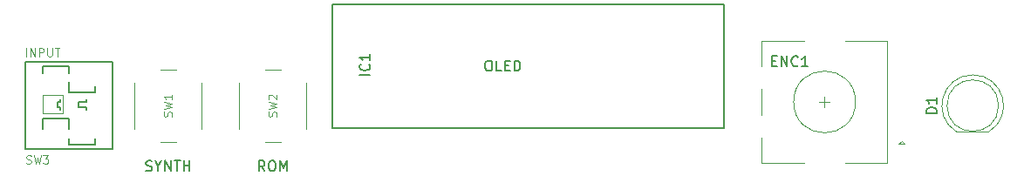
<source format=gto>
G04 #@! TF.GenerationSoftware,KiCad,Pcbnew,(5.1.8)-1*
G04 #@! TF.CreationDate,2023-02-02T03:20:21+01:00*
G04 #@! TF.ProjectId,BulkyMIDI-32 Internal Panel,42756c6b-794d-4494-9449-2d333220496e,rev?*
G04 #@! TF.SameCoordinates,Original*
G04 #@! TF.FileFunction,Legend,Top*
G04 #@! TF.FilePolarity,Positive*
%FSLAX46Y46*%
G04 Gerber Fmt 4.6, Leading zero omitted, Abs format (unit mm)*
G04 Created by KiCad (PCBNEW (5.1.8)-1) date 2023-02-02 03:20:21*
%MOMM*%
%LPD*%
G01*
G04 APERTURE LIST*
%ADD10C,0.120000*%
%ADD11C,0.150000*%
%ADD12C,0.100000*%
G04 APERTURE END LIST*
D10*
X129920000Y-91900000D02*
X129920000Y-87400000D01*
X125920000Y-93150000D02*
X127420000Y-93150000D01*
X123420000Y-87400000D02*
X123420000Y-91900000D01*
X127420000Y-86150000D02*
X125920000Y-86150000D01*
X119760000Y-91900000D02*
X119760000Y-87400000D01*
X115760000Y-93150000D02*
X117260000Y-93150000D01*
X113260000Y-87400000D02*
X113260000Y-91900000D01*
X117260000Y-86150000D02*
X115760000Y-86150000D01*
X180732500Y-89292000D02*
X179732500Y-89292000D01*
X180232500Y-89792000D02*
X180232500Y-88792000D01*
X174132500Y-85792000D02*
X174132500Y-83392000D01*
X174132500Y-90592000D02*
X174132500Y-87992000D01*
X174132500Y-95192000D02*
X174132500Y-92792000D01*
X187432500Y-93392000D02*
X187732500Y-93092000D01*
X188032500Y-93392000D02*
X187432500Y-93392000D01*
X187732500Y-93092000D02*
X188032500Y-93392000D01*
X186332500Y-95192000D02*
X186332500Y-83392000D01*
X182232500Y-95192000D02*
X186332500Y-95192000D01*
X182232500Y-83392000D02*
X186332500Y-83392000D01*
X174132500Y-83392000D02*
X178232500Y-83392000D01*
X178232500Y-95192000D02*
X174132500Y-95192000D01*
X183232500Y-89292000D02*
G75*
G03*
X183232500Y-89292000I-3000000J0D01*
G01*
D11*
X132454300Y-85825000D02*
X132454300Y-79825000D01*
X132454300Y-85825000D02*
X132454300Y-91825000D01*
X170454300Y-79825000D02*
X132484300Y-79825000D01*
X170454300Y-91825000D02*
X170454300Y-79825000D01*
X132484300Y-91825000D02*
X170454300Y-91825000D01*
D10*
X193070000Y-92210000D02*
X196160000Y-92210000D01*
X197115000Y-89650000D02*
G75*
G03*
X197115000Y-89650000I-2500000J0D01*
G01*
X194615462Y-86660000D02*
G75*
G03*
X193070170Y-92210000I-462J-2990000D01*
G01*
X194614538Y-86660000D02*
G75*
G02*
X196159830Y-92210000I462J-2990000D01*
G01*
X106250500Y-88634000D02*
X106250500Y-90412000D01*
X104345500Y-88634000D02*
X106250500Y-88634000D01*
X104345500Y-90412000D02*
X104345500Y-88634000D01*
X106250500Y-90412000D02*
X104345500Y-90412000D01*
D11*
X105996500Y-90031000D02*
X105996500Y-89777000D01*
X105996500Y-89777000D02*
X105742500Y-89777000D01*
X105742500Y-89777000D02*
X105742500Y-89269000D01*
X105742500Y-89269000D02*
X105996500Y-89269000D01*
X105996500Y-89269000D02*
X105996500Y-89015000D01*
X108536500Y-90031000D02*
X108536500Y-89777000D01*
X108536500Y-89777000D02*
X107774500Y-89777000D01*
X107774500Y-89777000D02*
X107774500Y-89269000D01*
X107774500Y-89269000D02*
X108536500Y-89269000D01*
X108536500Y-89269000D02*
X108536500Y-89015000D01*
X104345500Y-90920000D02*
X104345500Y-91936000D01*
X106885500Y-88380000D02*
X109425500Y-88380000D01*
X106885500Y-87364000D02*
X106885500Y-88380000D01*
X106885500Y-90920000D02*
X104345500Y-90920000D01*
X106885500Y-91936000D02*
X106885500Y-90920000D01*
X104345500Y-86475000D02*
X104345500Y-85840000D01*
X104345500Y-85840000D02*
X106885500Y-85840000D01*
X106885500Y-85840000D02*
X106885500Y-86475000D01*
X106885500Y-92825000D02*
X106885500Y-93460000D01*
X106885500Y-93460000D02*
X109425500Y-93460000D01*
X109425500Y-93460000D02*
X109425500Y-92825000D01*
X109425500Y-88380000D02*
X109425500Y-87745000D01*
X102635500Y-93900000D02*
X102635500Y-85400000D01*
X102635500Y-85400000D02*
X111135500Y-85400000D01*
X102635500Y-93900000D02*
X111135500Y-93900000D01*
X111135500Y-93900000D02*
X111135500Y-85400000D01*
X125884285Y-96007380D02*
X125550952Y-95531190D01*
X125312857Y-96007380D02*
X125312857Y-95007380D01*
X125693809Y-95007380D01*
X125789047Y-95055000D01*
X125836666Y-95102619D01*
X125884285Y-95197857D01*
X125884285Y-95340714D01*
X125836666Y-95435952D01*
X125789047Y-95483571D01*
X125693809Y-95531190D01*
X125312857Y-95531190D01*
X126503333Y-95007380D02*
X126693809Y-95007380D01*
X126789047Y-95055000D01*
X126884285Y-95150238D01*
X126931904Y-95340714D01*
X126931904Y-95674047D01*
X126884285Y-95864523D01*
X126789047Y-95959761D01*
X126693809Y-96007380D01*
X126503333Y-96007380D01*
X126408095Y-95959761D01*
X126312857Y-95864523D01*
X126265238Y-95674047D01*
X126265238Y-95340714D01*
X126312857Y-95150238D01*
X126408095Y-95055000D01*
X126503333Y-95007380D01*
X127360476Y-96007380D02*
X127360476Y-95007380D01*
X127693809Y-95721666D01*
X128027142Y-95007380D01*
X128027142Y-96007380D01*
D12*
X126993809Y-90716666D02*
X127031904Y-90602380D01*
X127031904Y-90411904D01*
X126993809Y-90335714D01*
X126955714Y-90297619D01*
X126879523Y-90259523D01*
X126803333Y-90259523D01*
X126727142Y-90297619D01*
X126689047Y-90335714D01*
X126650952Y-90411904D01*
X126612857Y-90564285D01*
X126574761Y-90640476D01*
X126536666Y-90678571D01*
X126460476Y-90716666D01*
X126384285Y-90716666D01*
X126308095Y-90678571D01*
X126270000Y-90640476D01*
X126231904Y-90564285D01*
X126231904Y-90373809D01*
X126270000Y-90259523D01*
X126231904Y-89992857D02*
X127031904Y-89802380D01*
X126460476Y-89650000D01*
X127031904Y-89497619D01*
X126231904Y-89307142D01*
X126308095Y-89040476D02*
X126270000Y-89002380D01*
X126231904Y-88926190D01*
X126231904Y-88735714D01*
X126270000Y-88659523D01*
X126308095Y-88621428D01*
X126384285Y-88583333D01*
X126460476Y-88583333D01*
X126574761Y-88621428D01*
X127031904Y-89078571D01*
X127031904Y-88583333D01*
D11*
X114367142Y-95959761D02*
X114510000Y-96007380D01*
X114748095Y-96007380D01*
X114843333Y-95959761D01*
X114890952Y-95912142D01*
X114938571Y-95816904D01*
X114938571Y-95721666D01*
X114890952Y-95626428D01*
X114843333Y-95578809D01*
X114748095Y-95531190D01*
X114557619Y-95483571D01*
X114462380Y-95435952D01*
X114414761Y-95388333D01*
X114367142Y-95293095D01*
X114367142Y-95197857D01*
X114414761Y-95102619D01*
X114462380Y-95055000D01*
X114557619Y-95007380D01*
X114795714Y-95007380D01*
X114938571Y-95055000D01*
X115557619Y-95531190D02*
X115557619Y-96007380D01*
X115224285Y-95007380D02*
X115557619Y-95531190D01*
X115890952Y-95007380D01*
X116224285Y-96007380D02*
X116224285Y-95007380D01*
X116795714Y-96007380D01*
X116795714Y-95007380D01*
X117129047Y-95007380D02*
X117700476Y-95007380D01*
X117414761Y-96007380D02*
X117414761Y-95007380D01*
X118033809Y-96007380D02*
X118033809Y-95007380D01*
X118033809Y-95483571D02*
X118605238Y-95483571D01*
X118605238Y-96007380D02*
X118605238Y-95007380D01*
D12*
X116833809Y-90716666D02*
X116871904Y-90602380D01*
X116871904Y-90411904D01*
X116833809Y-90335714D01*
X116795714Y-90297619D01*
X116719523Y-90259523D01*
X116643333Y-90259523D01*
X116567142Y-90297619D01*
X116529047Y-90335714D01*
X116490952Y-90411904D01*
X116452857Y-90564285D01*
X116414761Y-90640476D01*
X116376666Y-90678571D01*
X116300476Y-90716666D01*
X116224285Y-90716666D01*
X116148095Y-90678571D01*
X116110000Y-90640476D01*
X116071904Y-90564285D01*
X116071904Y-90373809D01*
X116110000Y-90259523D01*
X116071904Y-89992857D02*
X116871904Y-89802380D01*
X116300476Y-89650000D01*
X116871904Y-89497619D01*
X116071904Y-89307142D01*
X116871904Y-88583333D02*
X116871904Y-89040476D01*
X116871904Y-88811904D02*
X116071904Y-88811904D01*
X116186190Y-88888095D01*
X116262380Y-88964285D01*
X116300476Y-89040476D01*
D11*
X175120714Y-85323571D02*
X175454047Y-85323571D01*
X175596904Y-85847380D02*
X175120714Y-85847380D01*
X175120714Y-84847380D01*
X175596904Y-84847380D01*
X176025476Y-85847380D02*
X176025476Y-84847380D01*
X176596904Y-85847380D01*
X176596904Y-84847380D01*
X177644523Y-85752142D02*
X177596904Y-85799761D01*
X177454047Y-85847380D01*
X177358809Y-85847380D01*
X177215952Y-85799761D01*
X177120714Y-85704523D01*
X177073095Y-85609285D01*
X177025476Y-85418809D01*
X177025476Y-85275952D01*
X177073095Y-85085476D01*
X177120714Y-84990238D01*
X177215952Y-84895000D01*
X177358809Y-84847380D01*
X177454047Y-84847380D01*
X177596904Y-84895000D01*
X177644523Y-84942619D01*
X178596904Y-85847380D02*
X178025476Y-85847380D01*
X178311190Y-85847380D02*
X178311190Y-84847380D01*
X178215952Y-84990238D01*
X178120714Y-85085476D01*
X178025476Y-85133095D01*
X136111680Y-86674190D02*
X135111680Y-86674190D01*
X136016442Y-85626571D02*
X136064061Y-85674190D01*
X136111680Y-85817047D01*
X136111680Y-85912285D01*
X136064061Y-86055142D01*
X135968823Y-86150380D01*
X135873585Y-86198000D01*
X135683109Y-86245619D01*
X135540252Y-86245619D01*
X135349776Y-86198000D01*
X135254538Y-86150380D01*
X135159300Y-86055142D01*
X135111680Y-85912285D01*
X135111680Y-85817047D01*
X135159300Y-85674190D01*
X135206919Y-85626571D01*
X136111680Y-84674190D02*
X136111680Y-85245619D01*
X136111680Y-84959904D02*
X135111680Y-84959904D01*
X135254538Y-85055142D01*
X135349776Y-85150380D01*
X135397395Y-85245619D01*
X147541919Y-85277380D02*
X147732395Y-85277380D01*
X147827633Y-85325000D01*
X147922871Y-85420238D01*
X147970490Y-85610714D01*
X147970490Y-85944047D01*
X147922871Y-86134523D01*
X147827633Y-86229761D01*
X147732395Y-86277380D01*
X147541919Y-86277380D01*
X147446680Y-86229761D01*
X147351442Y-86134523D01*
X147303823Y-85944047D01*
X147303823Y-85610714D01*
X147351442Y-85420238D01*
X147446680Y-85325000D01*
X147541919Y-85277380D01*
X148875252Y-86277380D02*
X148399061Y-86277380D01*
X148399061Y-85277380D01*
X149208585Y-85753571D02*
X149541919Y-85753571D01*
X149684776Y-86277380D02*
X149208585Y-86277380D01*
X149208585Y-85277380D01*
X149684776Y-85277380D01*
X150113347Y-86277380D02*
X150113347Y-85277380D01*
X150351442Y-85277380D01*
X150494300Y-85325000D01*
X150589538Y-85420238D01*
X150637157Y-85515476D01*
X150684776Y-85705952D01*
X150684776Y-85848809D01*
X150637157Y-86039285D01*
X150589538Y-86134523D01*
X150494300Y-86229761D01*
X150351442Y-86277380D01*
X150113347Y-86277380D01*
X191107380Y-90388095D02*
X190107380Y-90388095D01*
X190107380Y-90150000D01*
X190155000Y-90007142D01*
X190250238Y-89911904D01*
X190345476Y-89864285D01*
X190535952Y-89816666D01*
X190678809Y-89816666D01*
X190869285Y-89864285D01*
X190964523Y-89911904D01*
X191059761Y-90007142D01*
X191107380Y-90150000D01*
X191107380Y-90388095D01*
X191107380Y-88864285D02*
X191107380Y-89435714D01*
X191107380Y-89150000D02*
X190107380Y-89150000D01*
X190250238Y-89245238D01*
X190345476Y-89340476D01*
X190393095Y-89435714D01*
D12*
X102743333Y-95243809D02*
X102857619Y-95281904D01*
X103048095Y-95281904D01*
X103124285Y-95243809D01*
X103162380Y-95205714D01*
X103200476Y-95129523D01*
X103200476Y-95053333D01*
X103162380Y-94977142D01*
X103124285Y-94939047D01*
X103048095Y-94900952D01*
X102895714Y-94862857D01*
X102819523Y-94824761D01*
X102781428Y-94786666D01*
X102743333Y-94710476D01*
X102743333Y-94634285D01*
X102781428Y-94558095D01*
X102819523Y-94520000D01*
X102895714Y-94481904D01*
X103086190Y-94481904D01*
X103200476Y-94520000D01*
X103467142Y-94481904D02*
X103657619Y-95281904D01*
X103810000Y-94710476D01*
X103962380Y-95281904D01*
X104152857Y-94481904D01*
X104381428Y-94481904D02*
X104876666Y-94481904D01*
X104610000Y-94786666D01*
X104724285Y-94786666D01*
X104800476Y-94824761D01*
X104838571Y-94862857D01*
X104876666Y-94939047D01*
X104876666Y-95129523D01*
X104838571Y-95205714D01*
X104800476Y-95243809D01*
X104724285Y-95281904D01*
X104495714Y-95281904D01*
X104419523Y-95243809D01*
X104381428Y-95205714D01*
X102775142Y-84867904D02*
X102775142Y-84067904D01*
X103156095Y-84867904D02*
X103156095Y-84067904D01*
X103613238Y-84867904D01*
X103613238Y-84067904D01*
X103994190Y-84867904D02*
X103994190Y-84067904D01*
X104298952Y-84067904D01*
X104375142Y-84106000D01*
X104413238Y-84144095D01*
X104451333Y-84220285D01*
X104451333Y-84334571D01*
X104413238Y-84410761D01*
X104375142Y-84448857D01*
X104298952Y-84486952D01*
X103994190Y-84486952D01*
X104794190Y-84067904D02*
X104794190Y-84715523D01*
X104832285Y-84791714D01*
X104870380Y-84829809D01*
X104946571Y-84867904D01*
X105098952Y-84867904D01*
X105175142Y-84829809D01*
X105213238Y-84791714D01*
X105251333Y-84715523D01*
X105251333Y-84067904D01*
X105518000Y-84067904D02*
X105975142Y-84067904D01*
X105746571Y-84867904D02*
X105746571Y-84067904D01*
M02*

</source>
